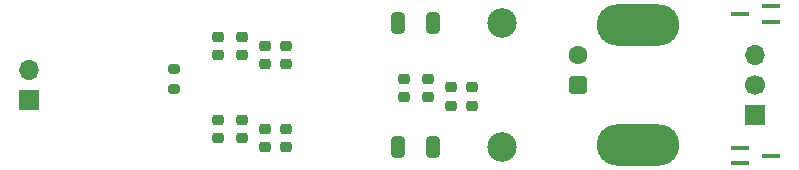
<source format=gbr>
%TF.GenerationSoftware,KiCad,Pcbnew,(6.0.10)*%
%TF.CreationDate,2023-06-04T21:30:06-04:00*%
%TF.ProjectId,diff-probe,64696666-2d70-4726-9f62-652e6b696361,A*%
%TF.SameCoordinates,PX1f78a40PY3750280*%
%TF.FileFunction,Soldermask,Bot*%
%TF.FilePolarity,Negative*%
%FSLAX46Y46*%
G04 Gerber Fmt 4.6, Leading zero omitted, Abs format (unit mm)*
G04 Created by KiCad (PCBNEW (6.0.10)) date 2023-06-04 21:30:06*
%MOMM*%
%LPD*%
G01*
G04 APERTURE LIST*
G04 Aperture macros list*
%AMRoundRect*
0 Rectangle with rounded corners*
0 $1 Rounding radius*
0 $2 $3 $4 $5 $6 $7 $8 $9 X,Y pos of 4 corners*
0 Add a 4 corners polygon primitive as box body*
4,1,4,$2,$3,$4,$5,$6,$7,$8,$9,$2,$3,0*
0 Add four circle primitives for the rounded corners*
1,1,$1+$1,$2,$3*
1,1,$1+$1,$4,$5*
1,1,$1+$1,$6,$7*
1,1,$1+$1,$8,$9*
0 Add four rect primitives between the rounded corners*
20,1,$1+$1,$2,$3,$4,$5,0*
20,1,$1+$1,$4,$5,$6,$7,0*
20,1,$1+$1,$6,$7,$8,$9,0*
20,1,$1+$1,$8,$9,$2,$3,0*%
%AMHorizOval*
0 Thick line with rounded ends*
0 $1 width*
0 $2 $3 position (X,Y) of the first rounded end (center of the circle)*
0 $4 $5 position (X,Y) of the second rounded end (center of the circle)*
0 Add line between two ends*
20,1,$1,$2,$3,$4,$5,0*
0 Add two circle primitives to create the rounded ends*
1,1,$1,$2,$3*
1,1,$1,$4,$5*%
G04 Aperture macros list end*
%ADD10C,2.500000*%
%ADD11R,1.500000X0.450000*%
%ADD12O,7.000000X3.500000*%
%ADD13RoundRect,0.400000X-0.400000X0.400000X-0.400000X-0.400000X0.400000X-0.400000X0.400000X0.400000X0*%
%ADD14C,1.600000*%
%ADD15R,1.700000X1.700000*%
%ADD16O,1.700000X1.700000*%
%ADD17RoundRect,0.250000X-0.325000X-0.650000X0.325000X-0.650000X0.325000X0.650000X-0.325000X0.650000X0*%
%ADD18RoundRect,0.225000X-0.250000X0.225000X-0.250000X-0.225000X0.250000X-0.225000X0.250000X0.225000X0*%
%ADD19RoundRect,0.250000X0.325000X0.650000X-0.325000X0.650000X-0.325000X-0.650000X0.325000X-0.650000X0*%
%ADD20HorizOval,1.700000X0.000000X0.000000X0.000000X0.000000X0*%
%ADD21RoundRect,0.200000X-0.275000X0.200000X-0.275000X-0.200000X0.275000X-0.200000X0.275000X0.200000X0*%
G04 APERTURE END LIST*
D10*
%TO.C,H2*%
X42000000Y2750000D03*
%TD*%
%TO.C,H1*%
X42000000Y13250000D03*
%TD*%
D11*
%TO.C,D2*%
X64830000Y2000000D03*
X62170000Y2650000D03*
X62170000Y1350000D03*
%TD*%
%TO.C,D1*%
X62170000Y14000000D03*
X64830000Y13350000D03*
X64830000Y14650000D03*
%TD*%
D12*
%TO.C,J2*%
X53580000Y2920000D03*
X53580000Y13080000D03*
D13*
X48500000Y8000000D03*
D14*
X48500000Y10540000D03*
%TD*%
D15*
%TO.C,J1*%
X2000000Y6730000D03*
D16*
X2000000Y9270000D03*
%TD*%
D17*
%TO.C,C40*%
X33275000Y13250000D03*
X36225000Y13250000D03*
%TD*%
D18*
%TO.C,C13*%
X18000000Y5025000D03*
X18000000Y3475000D03*
%TD*%
D19*
%TO.C,C41*%
X33275000Y2750000D03*
X36225000Y2750000D03*
%TD*%
D18*
%TO.C,C23*%
X18000000Y12025000D03*
X18000000Y10475000D03*
%TD*%
%TO.C,C21*%
X20000000Y12025000D03*
X20000000Y10475000D03*
%TD*%
%TO.C,C33*%
X33750000Y8525000D03*
X33750000Y6975000D03*
%TD*%
D15*
%TO.C,J3*%
X63500000Y5460000D03*
D20*
X63500000Y8000000D03*
D16*
X63500000Y10540000D03*
%TD*%
D18*
%TO.C,C10*%
X23750000Y2725000D03*
X23750000Y4275000D03*
%TD*%
%TO.C,C11*%
X20000000Y5025000D03*
X20000000Y3475000D03*
%TD*%
%TO.C,C30*%
X39500000Y6225000D03*
X39500000Y7775000D03*
%TD*%
%TO.C,C22*%
X22000000Y9725000D03*
X22000000Y11275000D03*
%TD*%
D21*
%TO.C,R6*%
X14250000Y9325000D03*
X14250000Y7675000D03*
%TD*%
D18*
%TO.C,C31*%
X35750000Y8525000D03*
X35750000Y6975000D03*
%TD*%
%TO.C,C20*%
X23750000Y9725000D03*
X23750000Y11275000D03*
%TD*%
%TO.C,C32*%
X37750000Y7775000D03*
X37750000Y6225000D03*
%TD*%
%TO.C,C12*%
X22000000Y4275000D03*
X22000000Y2725000D03*
%TD*%
M02*

</source>
